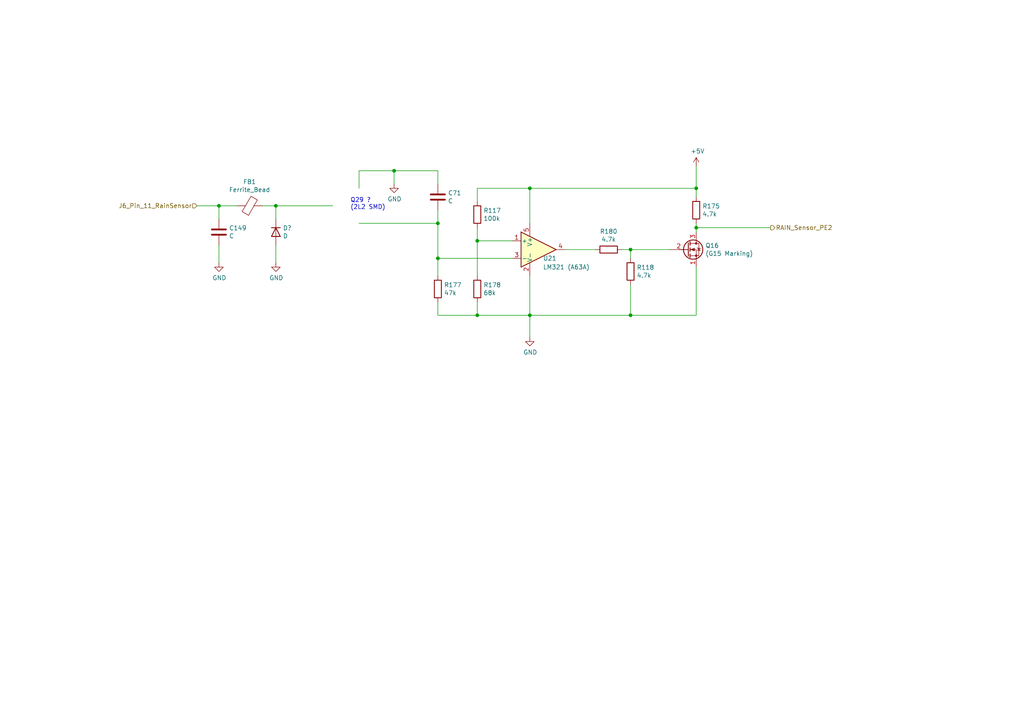
<source format=kicad_sch>
(kicad_sch (version 20211123) (generator eeschema)
  (paper "A4")
  (lib_symbols
    (symbol "Amplifier_Operational:LM321" (pin_names (offset 0.127))
      (property "Reference" "U" (at 0 7.62 0))
      (property "Value" "LM321" (at 0 5.08 0))
      (symbol "LM321_0_1"
        (polyline (pts (xy -5.08 5.08) (xy 5.08 0) (xy -5.08 -5.08) (xy -5.08 5.08)) (stroke (width 0.254)) (fill (type background)))
      )
      (symbol "LM321_1_1"
        (pin input line (at -7.62 2.54 0) (length 2.54) (name "+") (number "1"))
        (pin power_in line (at -2.54 -7.62 90) (length 3.81) (name "V-") (number "2"))
        (pin input line (at -7.62 -2.54 0) (length 2.54) (name "-") (number "3"))
        (pin output line (at 7.62 0 180) (length 2.54) (name "~") (number "4"))
        (pin power_in line (at -2.54 7.62 270) (length 3.81) (name "V+") (number "5"))
      )
    )
    (symbol "Device:C" (pin_numbers hide) (pin_names (offset 0.254))
      (property "Reference" "C" (at 0.635 2.54 0))
      (property "Value" "C" (at 0.635 -2.54 0))
      (symbol "C_0_1"
        (polyline (pts (xy -2.032 -0.762) (xy 2.032 -0.762)) (stroke (width 0.508)))
        (polyline (pts (xy -2.032 0.762) (xy 2.032 0.762)) (stroke (width 0.508)))
      )
      (symbol "C_1_1"
        (pin passive line (at 0 3.81 270) (length 2.794) (name "~") (number "1"))
        (pin passive line (at 0 -3.81 90) (length 2.794) (name "~") (number "2"))
      )
    )
    (symbol "Device:D" (pin_numbers hide) (pin_names (offset 1.016) hide)
      (property "Reference" "D" (at 0 2.54 0))
      (property "Value" "D" (at 0 -2.54 0))
      (symbol "D_0_1"
        (polyline (pts (xy -1.27 1.27) (xy -1.27 -1.27)) (stroke (width 0.254)))
        (polyline (pts (xy 1.27 0) (xy -1.27 0)))
        (polyline (pts (xy 1.27 1.27) (xy 1.27 -1.27) (xy -1.27 0) (xy 1.27 1.27)) (stroke (width 0.254)))
      )
      (symbol "D_1_1"
        (pin passive line (at -3.81 0 0) (length 2.54) (name "K") (number "1"))
        (pin passive line (at 3.81 0 180) (length 2.54) (name "A") (number "2"))
      )
    )
    (symbol "Device:Ferrite_Bead" (pin_numbers hide) (pin_names (offset 0))
      (property "Reference" "FB" (at -3.81 0.635 90))
      (property "Value" "Device_Ferrite_Bead" (at 3.81 0 90))
      (symbol "Ferrite_Bead_0_1"
        (polyline (pts (xy 0 -1.27) (xy 0 -1.2192)))
        (polyline (pts (xy 0 1.27) (xy 0 1.2954)))
        (polyline (pts (xy -2.7686 0.4064) (xy -1.7018 2.2606) (xy 2.7686 -0.3048) (xy 1.6764 -2.159) (xy -2.7686 0.4064)))
      )
      (symbol "Ferrite_Bead_1_1"
        (pin passive line (at 0 3.81 270) (length 2.54) (name "~") (number "1"))
        (pin passive line (at 0 -3.81 90) (length 2.54) (name "~") (number "2"))
      )
    )
    (symbol "Device:Q_NMOS_SGD" (pin_names (offset 0) hide)
      (property "Reference" "Q" (at 5.08 1.27 0))
      (property "Value" "Q_NMOS_SGD" (at 5.08 -1.27 0))
      (symbol "Q_NMOS_SGD_0_1"
        (polyline (pts (xy 0.254 0) (xy -2.54 0)))
        (polyline (pts (xy 0.254 1.905) (xy 0.254 -1.905)) (stroke (width 0.254)))
        (polyline (pts (xy 0.762 -1.27) (xy 0.762 -2.286)) (stroke (width 0.254)))
        (polyline (pts (xy 0.762 0.508) (xy 0.762 -0.508)) (stroke (width 0.254)))
        (polyline (pts (xy 0.762 2.286) (xy 0.762 1.27)) (stroke (width 0.254)))
        (polyline (pts (xy 2.54 2.54) (xy 2.54 1.778)))
        (polyline (pts (xy 2.54 -2.54) (xy 2.54 0) (xy 0.762 0)))
        (polyline (pts (xy 0.762 -1.778) (xy 3.302 -1.778) (xy 3.302 1.778) (xy 0.762 1.778)))
        (polyline (pts (xy 1.016 0) (xy 2.032 0.381) (xy 2.032 -0.381) (xy 1.016 0)) (fill (type outline)))
        (polyline (pts (xy 2.794 0.508) (xy 2.921 0.381) (xy 3.683 0.381) (xy 3.81 0.254)))
        (polyline (pts (xy 3.302 0.381) (xy 2.921 -0.254) (xy 3.683 -0.254) (xy 3.302 0.381)))
        (circle (center 1.651 0) (radius 2.794) (stroke (width 0.254)))
        (circle (center 2.54 -1.778) (radius 0.254) (fill (type outline)))
        (circle (center 2.54 1.778) (radius 0.254) (fill (type outline)))
      )
      (symbol "Q_NMOS_SGD_1_1"
        (pin passive line (at 2.54 -5.08 90) (length 2.54) (name "S") (number "1"))
        (pin input line (at -5.08 0 0) (length 5.08) (name "G") (number "2"))
        (pin passive line (at 2.54 5.08 270) (length 2.54) (name "D") (number "3"))
      )
    )
    (symbol "Device:R" (pin_numbers hide) (pin_names (offset 0))
      (property "Reference" "R" (at 2.032 0 90))
      (property "Value" "R" (at 0 0 90))
      (symbol "R_0_1"
        (rectangle (start -1.016 -2.54) (end 1.016 2.54) (stroke (width 0.254)))
      )
      (symbol "R_1_1"
        (pin passive line (at 0 3.81 270) (length 1.27) (name "~") (number "1"))
        (pin passive line (at 0 -3.81 90) (length 1.27) (name "~") (number "2"))
      )
    )
    (symbol "power:+5V" (power) (pin_names (offset 0))
      (property "Value" "+5V" (at 0 3.556 0))
      (symbol "+5V_0_1"
        (polyline (pts (xy -0.762 1.27) (xy 0 2.54)))
        (polyline (pts (xy 0 0) (xy 0 2.54)))
        (polyline (pts (xy 0 2.54) (xy 0.762 1.27)))
      )
      (symbol "+5V_1_1"
        (pin power_in line (at 0 0 90) (length 0) hide (name "+5V") (number "1"))
      )
    )
    (symbol "power:GND" (power) (pin_names (offset 0))
      (property "Value" "GND" (at 0 -3.81 0))
      (symbol "GND_0_1"
        (polyline (pts (xy 0 0) (xy 0 -1.27) (xy 1.27 -1.27) (xy 0 -2.54) (xy -1.27 -1.27) (xy 0 -1.27)))
      )
      (symbol "GND_1_1"
        (pin power_in line (at 0 0 270) (length 0) hide (name "GND") (number "1"))
      )
    )
  )
  (junction (at 182.88 72.39))
  (junction (at 201.93 54.61))
  (junction (at 114.3 49.53))
  (junction (at 201.93 66.04))
  (junction (at 153.67 54.61))
  (junction (at 153.67 91.44))
  (junction (at 138.43 91.44))
  (junction (at 63.5 59.69))
  (junction (at 138.43 69.85))
  (junction (at 80.01 59.69))
  (junction (at 127 74.93))
  (junction (at 127 64.77))
  (junction (at 182.88 91.44))
  (wire (pts (xy 138.43 80.01) (xy 138.43 69.85)))
  (wire (pts (xy 182.88 91.44) (xy 153.67 91.44)))
  (wire (pts (xy 127 91.44) (xy 138.43 91.44)))
  (wire (pts (xy 80.01 71.12) (xy 80.01 76.2)))
  (wire (pts (xy 96.52 59.69) (xy 80.01 59.69)))
  (wire (pts (xy 153.67 80.01) (xy 153.67 91.44)))
  (wire (pts (xy 104.14 54.61) (xy 104.14 49.53)))
  (wire (pts (xy 201.93 64.77) (xy 201.93 66.04)))
  (wire (pts (xy 201.93 66.04) (xy 201.93 67.31)))
  (wire (pts (xy 182.88 82.55) (xy 182.88 91.44)))
  (wire (pts (xy 223.52 66.04) (xy 201.93 66.04)))
  (wire (pts (xy 182.88 72.39) (xy 182.88 74.93)))
  (wire (pts (xy 127 64.77) (xy 127 74.93)))
  (wire (pts (xy 76.2 59.69) (xy 80.01 59.69)))
  (wire (pts (xy 138.43 66.04) (xy 138.43 69.85)))
  (wire (pts (xy 194.31 72.39) (xy 182.88 72.39)))
  (wire (pts (xy 68.58 59.69) (xy 63.5 59.69)))
  (wire (pts (xy 138.43 87.63) (xy 138.43 91.44)))
  (wire (pts (xy 127 49.53) (xy 127 53.34)))
  (wire (pts (xy 172.72 72.39) (xy 163.83 72.39)))
  (wire (pts (xy 57.15 59.69) (xy 63.5 59.69)))
  (wire (pts (xy 153.67 64.77) (xy 153.67 54.61)))
  (wire (pts (xy 127 60.96) (xy 127 64.77)))
  (wire (pts (xy 114.3 49.53) (xy 127 49.53)))
  (wire (pts (xy 138.43 54.61) (xy 138.43 58.42)))
  (wire (pts (xy 127 80.01) (xy 127 74.93)))
  (wire (pts (xy 63.5 59.69) (xy 63.5 63.5)))
  (wire (pts (xy 148.59 74.93) (xy 127 74.93)))
  (wire (pts (xy 63.5 71.12) (xy 63.5 76.2)))
  (wire (pts (xy 80.01 59.69) (xy 80.01 63.5)))
  (wire (pts (xy 104.14 49.53) (xy 114.3 49.53)))
  (wire (pts (xy 138.43 54.61) (xy 153.67 54.61)))
  (wire (pts (xy 127 87.63) (xy 127 91.44)))
  (wire (pts (xy 114.3 53.34) (xy 114.3 49.53)))
  (wire (pts (xy 153.67 54.61) (xy 201.93 54.61)))
  (wire (pts (xy 138.43 91.44) (xy 153.67 91.44)))
  (wire (pts (xy 138.43 69.85) (xy 148.59 69.85)))
  (wire (pts (xy 201.93 54.61) (xy 201.93 57.15)))
  (wire (pts (xy 127 64.77) (xy 104.14 64.77)))
  (wire (pts (xy 153.67 91.44) (xy 153.67 97.79)))
  (wire (pts (xy 180.34 72.39) (xy 182.88 72.39)))
  (wire (pts (xy 201.93 77.47) (xy 201.93 91.44)))
  (wire (pts (xy 201.93 48.26) (xy 201.93 54.61)))
  (wire (pts (xy 201.93 91.44) (xy 182.88 91.44)))
  (text "Q29 ?\n(2L2 SMD)" (at 101.6 60.96 0) (effects (font (size 1.27 1.27)) (justify left bottom)))
  (hierarchical_label "J6_Pin_11_RainSensor" (shape input) (at 57.15 59.69 180))
  (hierarchical_label "RAIN_Sensor_PE2" (shape output) (at 223.52 66.04 0))
  (symbol (lib_id "Device:C") (at 63.5 67.31 0) (unit 1)
    (property "Reference" "C149" (at 66.421 66.1416 0) (effects (justify left)))
    (property "Value" "C" (at 66.421 68.453 0) (effects (justify left)))
  )
  (symbol (lib_id "power:GND") (at 63.5 76.2 0) (unit 1)
    (property "Reference" "#PWR?" (effects hide))
    (property "Value" "GND" (at 63.627 80.5942 0))
  )
  (symbol (lib_id "Device:Ferrite_Bead") (at 72.39 59.69 270) (unit 1)
    (property "Reference" "FB1" (at 72.39 52.7304 90))
    (property "Value" "Ferrite_Bead" (at 72.39 55.0418 90))
  )
  (symbol (lib_id "Device:R") (at 127 83.82 0) (unit 1)
    (property "Reference" "R177" (at 128.778 82.6516 0) (effects (justify left)))
    (property "Value" "47k" (at 128.778 84.963 0) (effects (justify left)))
  )
  (symbol (lib_id "Amplifier_Operational:LM321") (at 156.21 72.39 0) (unit 1)
    (property "Reference" "U21" (at 157.48 74.93 0) (effects (justify left)))
    (property "Value" "LM321 (A63A)" (at 157.48 77.47 0) (effects (justify left)))
    (property "Footprint" "Package_TO_SOT_SMD:SOT-23-5" (effects hide))
    (property "Datasheet" "http://www.ti.com/lit/ds/symlink/lm321.pdf" (effects hide))
  )
  (symbol (lib_id "power:GND") (at 153.67 97.79 0) (unit 1)
    (property "Reference" "#PWR?" (effects hide))
    (property "Value" "GND" (at 153.797 102.1842 0))
  )
  (symbol (lib_id "Device:R") (at 176.53 72.39 270) (unit 1)
    (property "Reference" "R180" (at 176.53 67.1322 90))
    (property "Value" "4.7k" (at 176.53 69.4436 90))
  )
  (symbol (lib_id "Device:R") (at 182.88 78.74 180) (unit 1)
    (property "Reference" "R118" (at 184.658 77.5716 0) (effects (justify right)))
    (property "Value" "4.7k" (at 184.658 79.883 0) (effects (justify right)))
  )
  (symbol (lib_id "Device:Q_NMOS_SGD") (at 199.39 72.39 0) (unit 1)
    (property "Reference" "Q16" (at 204.5716 71.2216 0) (effects (justify left)))
    (property "Value" "(G15 Marking)" (at 204.5716 73.533 0) (effects (justify left)))
  )
  (symbol (lib_id "Device:R") (at 201.93 60.96 180) (unit 1)
    (property "Reference" "R175" (at 203.708 59.7916 0) (effects (justify right)))
    (property "Value" "4.7k" (at 203.708 62.103 0) (effects (justify right)))
  )
  (symbol (lib_id "Device:C") (at 127 57.15 0) (unit 1)
    (property "Reference" "C71" (at 129.921 55.9816 0) (effects (justify left)))
    (property "Value" "C" (at 129.921 58.293 0) (effects (justify left)))
  )
  (symbol (lib_id "Device:D") (at 80.01 67.31 270) (unit 1)
    (property "Reference" "D?" (at 82.042 66.1416 90) (effects (justify left)))
    (property "Value" "D" (at 82.042 68.453 90) (effects (justify left)))
  )
  (symbol (lib_id "power:GND") (at 80.01 76.2 0) (unit 1)
    (property "Reference" "#PWR?" (effects hide))
    (property "Value" "GND" (at 80.137 80.5942 0))
  )
  (symbol (lib_id "power:GND") (at 114.3 53.34 0) (unit 1)
    (property "Reference" "#PWR?" (effects hide))
    (property "Value" "GND" (at 114.427 57.7342 0))
  )
  (symbol (lib_id "Device:R") (at 138.43 83.82 0) (unit 1)
    (property "Reference" "R178" (at 140.208 82.6516 0) (effects (justify left)))
    (property "Value" "68k" (at 140.208 84.963 0) (effects (justify left)))
  )
  (symbol (lib_id "Device:R") (at 138.43 62.23 0) (unit 1)
    (property "Reference" "R117" (at 140.208 61.0616 0) (effects (justify left)))
    (property "Value" "100k" (at 140.208 63.373 0) (effects (justify left)))
  )
  (symbol (lib_id "power:+5V") (at 201.93 48.26 0) (unit 1)
    (property "Reference" "#PWR?" (effects hide))
    (property "Value" "+5V" (at 202.311 43.8658 0))
  )
)
</source>
